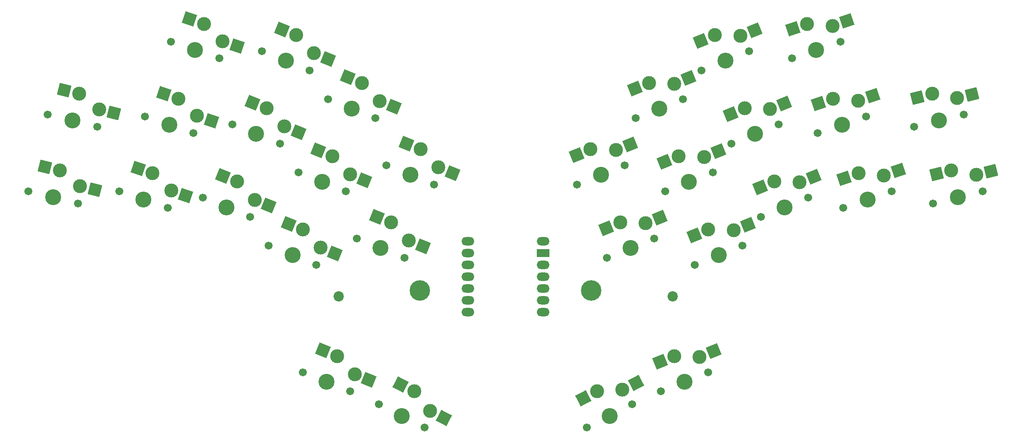
<source format=gbs>
G04 #@! TF.GenerationSoftware,KiCad,Pcbnew,7.0.5-0*
G04 #@! TF.CreationDate,2023-07-18T22:32:37-04:00*
G04 #@! TF.ProjectId,tern,7465726e-2e6b-4696-9361-645f70636258,v1.0.0*
G04 #@! TF.SameCoordinates,Original*
G04 #@! TF.FileFunction,Soldermask,Bot*
G04 #@! TF.FilePolarity,Negative*
%FSLAX46Y46*%
G04 Gerber Fmt 4.6, Leading zero omitted, Abs format (unit mm)*
G04 Created by KiCad (PCBNEW 7.0.5-0) date 2023-07-18 22:32:37*
%MOMM*%
%LPD*%
G01*
G04 APERTURE LIST*
G04 Aperture macros list*
%AMRotRect*
0 Rectangle, with rotation*
0 The origin of the aperture is its center*
0 $1 length*
0 $2 width*
0 $3 Rotation angle, in degrees counterclockwise*
0 Add horizontal line*
21,1,$1,$2,0,0,$3*%
G04 Aperture macros list end*
%ADD10C,1.701800*%
%ADD11C,3.000000*%
%ADD12C,3.429000*%
%ADD13RotRect,2.600000X2.600000X19.000000*%
%ADD14RotRect,2.600000X2.600000X22.000000*%
%ADD15RotRect,2.600000X2.600000X341.000000*%
%ADD16RotRect,2.600000X2.600000X346.000000*%
%ADD17RotRect,2.600000X2.600000X338.000000*%
%ADD18RotRect,2.600000X2.600000X14.000000*%
%ADD19C,2.200000*%
%ADD20C,4.400000*%
%ADD21O,2.750000X1.800000*%
%ADD22R,2.750000X1.800000*%
%ADD23RotRect,2.600000X2.600000X333.000000*%
%ADD24RotRect,2.600000X2.600000X27.000000*%
G04 APERTURE END LIST*
D10*
X305523322Y-154763356D03*
D11*
X308786543Y-147346895D03*
D12*
X310723674Y-152972731D03*
D11*
X314230386Y-147799196D03*
D10*
X315924026Y-151182106D03*
D13*
X305689970Y-148413131D03*
X317326960Y-146732960D03*
D10*
X281406070Y-140933826D03*
D11*
X284276672Y-133356746D03*
D12*
X286505581Y-138873490D03*
D11*
X289736726Y-133523518D03*
D10*
X291605092Y-136813154D03*
D14*
X281240145Y-134583583D03*
X292773253Y-132296681D03*
D10*
X155400628Y-135108291D03*
D11*
X162538111Y-131273080D03*
D12*
X160600980Y-136898916D03*
D11*
X166549453Y-134981062D03*
D10*
X165801332Y-138689541D03*
D15*
X159441537Y-130206845D03*
X169646027Y-136047298D03*
D10*
X254658051Y-165492045D03*
D11*
X257528653Y-157914965D03*
D12*
X259757562Y-163431709D03*
D11*
X262988707Y-158081737D03*
D10*
X264857073Y-161371373D03*
D14*
X254492126Y-159141802D03*
X266025234Y-156854900D03*
D10*
X287774376Y-156695950D03*
D11*
X290644978Y-149118870D03*
D12*
X292873887Y-154635614D03*
D11*
X296105032Y-149285642D03*
D10*
X297973398Y-152575278D03*
D14*
X287608451Y-150345707D03*
X299141559Y-148058805D03*
D10*
X130306061Y-151167648D03*
D11*
X137082122Y-146724958D03*
D12*
X135642687Y-152498218D03*
D11*
X141401373Y-150069219D03*
D10*
X140979313Y-153828788D03*
D16*
X133904404Y-145932664D03*
X144579091Y-150861513D03*
D10*
X275037754Y-125171701D03*
D11*
X277908356Y-117594621D03*
D12*
X280137265Y-123111365D03*
D11*
X283368410Y-117761393D03*
D10*
X285236776Y-121051029D03*
D14*
X274871829Y-118821458D03*
X286404937Y-116534556D03*
D10*
X194723271Y-131359874D03*
D11*
X202051691Y-127903466D03*
D12*
X199822782Y-133420210D03*
D11*
X205863476Y-131816304D03*
D10*
X204922293Y-135480546D03*
D17*
X199015164Y-126676629D03*
X208900003Y-133043140D03*
D10*
X324810688Y-153828790D03*
D11*
X328707879Y-146724960D03*
D12*
X330147314Y-152498220D03*
D11*
X334091586Y-147650002D03*
D10*
X335483940Y-151167650D03*
D18*
X325530160Y-147517255D03*
X337269304Y-146857707D03*
D10*
X134418733Y-134672618D03*
D11*
X141194794Y-130229928D03*
D12*
X139755359Y-136003188D03*
D11*
X145514045Y-133574189D03*
D10*
X145091985Y-137333758D03*
D16*
X138017076Y-129437634D03*
X148691763Y-134366483D03*
D10*
X320698013Y-137333761D03*
D11*
X324595204Y-130229931D03*
D12*
X326034639Y-136003191D03*
D11*
X329978911Y-131154973D03*
D10*
X331371265Y-134672621D03*
D18*
X321417485Y-131022226D03*
X333156629Y-130362678D03*
D19*
X196990225Y-173799369D03*
D10*
X174184908Y-136813154D03*
D11*
X181513328Y-133356746D03*
D12*
X179284419Y-138873490D03*
D11*
X185325113Y-137269584D03*
D10*
X184383930Y-140933826D03*
D17*
X178476801Y-132129909D03*
X188361640Y-138496420D03*
D10*
X273604332Y-167004796D03*
D11*
X276474934Y-159427716D03*
D12*
X278703843Y-164944460D03*
D11*
X281934988Y-159594488D03*
D10*
X283803354Y-162884124D03*
D14*
X273438407Y-160654553D03*
X284971515Y-158367651D03*
D10*
X266270850Y-194234743D03*
D11*
X269141452Y-186657663D03*
D12*
X271370361Y-192174407D03*
D11*
X274601506Y-186824435D03*
D10*
X276469872Y-190114071D03*
D14*
X266104925Y-187884500D03*
X277638033Y-185597598D03*
D10*
X160935288Y-119034476D03*
D11*
X168072771Y-115199265D03*
D12*
X166135640Y-120825101D03*
D11*
X172084113Y-118907247D03*
D10*
X171335992Y-122615726D03*
D15*
X164976197Y-114133030D03*
X175180687Y-119973483D03*
D10*
X189320125Y-190114071D03*
D11*
X196648545Y-186657663D03*
D12*
X194419636Y-192174407D03*
D11*
X200460330Y-190570501D03*
D10*
X199519147Y-194234743D03*
D17*
X193612018Y-185430826D03*
X203496857Y-191797337D03*
D10*
X267236020Y-151242670D03*
D11*
X270106622Y-143665590D03*
D12*
X272335531Y-149182334D03*
D11*
X275566676Y-143832362D03*
D10*
X277435042Y-147121998D03*
D14*
X267070095Y-144892427D03*
X278603203Y-142605525D03*
D20*
X214496579Y-172513748D03*
D10*
X200932929Y-161371368D03*
D11*
X208261349Y-157914960D03*
D12*
X206032440Y-163431704D03*
D11*
X212073134Y-161827798D03*
D10*
X211131951Y-165492040D03*
D17*
X205224822Y-156688123D03*
X215109661Y-163054634D03*
D10*
X299988664Y-138689544D03*
D11*
X303251885Y-131273083D03*
D12*
X305189016Y-136898919D03*
D11*
X308695728Y-131725384D03*
D10*
X310389368Y-135108294D03*
D13*
X300155312Y-132339319D03*
X311792302Y-130659148D03*
D10*
X181986650Y-162884122D03*
D11*
X189315070Y-159427714D03*
D12*
X187086161Y-164944458D03*
D11*
X193126855Y-163340552D03*
D10*
X192185672Y-167004794D03*
D17*
X186278543Y-158200877D03*
X196163382Y-164567388D03*
D19*
X268799776Y-173799364D03*
D10*
X260867704Y-135480544D03*
D11*
X263738306Y-127903464D03*
D12*
X265967215Y-133420208D03*
D11*
X269198360Y-128070236D03*
D10*
X271066726Y-131359872D03*
D14*
X260701779Y-129130301D03*
X272234887Y-126843399D03*
D21*
X224800001Y-161949582D03*
X224800001Y-164489582D03*
X224800001Y-167029582D03*
X224800001Y-169569582D03*
X224800001Y-172109582D03*
X224800001Y-174649582D03*
X224800001Y-177189582D03*
X240990001Y-177189582D03*
X240990001Y-174649582D03*
X240990001Y-172109582D03*
X240990001Y-169569582D03*
X240990001Y-167029582D03*
D22*
X240990001Y-164489582D03*
D21*
X240990001Y-161949582D03*
D10*
X205648481Y-197028044D03*
D11*
X213250260Y-194223503D03*
D12*
X210549017Y-199524992D03*
D11*
X216706514Y-198453670D03*
D10*
X215449553Y-202021940D03*
D23*
X210332214Y-192736684D03*
X219624560Y-199940489D03*
D20*
X251293421Y-172513749D03*
D10*
X248289734Y-149729919D03*
D11*
X251160336Y-142152839D03*
D12*
X253389245Y-147669583D03*
D11*
X256620390Y-142319611D03*
D10*
X258488756Y-145609247D03*
D14*
X248123809Y-143379676D03*
X259656917Y-141092774D03*
D10*
X250340443Y-202021937D03*
D11*
X252539736Y-194223500D03*
D12*
X255240979Y-199524989D03*
D11*
X257993547Y-193913762D03*
D10*
X260141515Y-197028041D03*
D24*
X249621689Y-195710319D03*
X260911594Y-192426943D03*
D10*
X188354963Y-147121998D03*
D11*
X195683383Y-143665590D03*
D12*
X193454474Y-149182334D03*
D11*
X199495168Y-147578428D03*
D10*
X198553985Y-151242670D03*
D17*
X192646856Y-142438753D03*
X202531695Y-148805264D03*
D10*
X180553222Y-121051029D03*
D11*
X187881642Y-117594621D03*
D12*
X185652733Y-123111365D03*
D11*
X191693427Y-121507459D03*
D10*
X190752244Y-125171701D03*
D17*
X184845115Y-116367784D03*
X194729954Y-122734295D03*
D10*
X149865972Y-151182107D03*
D11*
X157003455Y-147346896D03*
D12*
X155066324Y-152972732D03*
D11*
X161014797Y-151054878D03*
D10*
X160266676Y-154763357D03*
D15*
X153906881Y-146280661D03*
X164111371Y-152121114D03*
D10*
X207301243Y-145609249D03*
D11*
X214629663Y-142152841D03*
D12*
X212400754Y-147669585D03*
D11*
X218441448Y-146065679D03*
D10*
X217500265Y-149729921D03*
D17*
X211593136Y-140926004D03*
X221477975Y-147292515D03*
D10*
X294454007Y-122615725D03*
D11*
X297717228Y-115199264D03*
D12*
X299654359Y-120825100D03*
D11*
X303161071Y-115651565D03*
D10*
X304854711Y-119034475D03*
D13*
X294620655Y-116265500D03*
X306257645Y-114585329D03*
D10*
X167816597Y-152575279D03*
D11*
X175145017Y-149118871D03*
D12*
X172916108Y-154635615D03*
D11*
X178956802Y-153031709D03*
D10*
X178015619Y-156695951D03*
D17*
X172108490Y-147892034D03*
X181993329Y-154258545D03*
M02*

</source>
